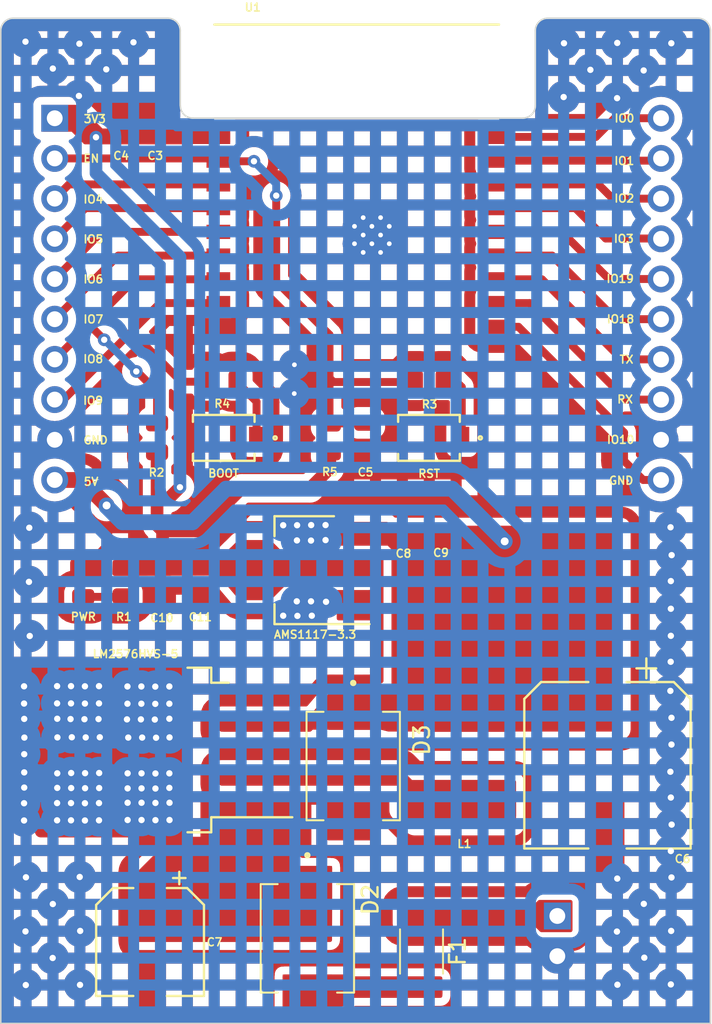
<source format=kicad_pcb>
(kicad_pcb (version 20221018) (generator pcbnew)
  (layers (0 "F.Cu" signal) (31 "B.Cu" signal) (34 "B.Paste" user) (35 "F.Paste" user) (36 "B.SilkS" user "B.Silkscreen") (37 "F.SilkS" user "F.Silkscreen") (38 "B.Mask" user) (39 "F.Mask" user) (44 "Edge.Cuts" user))
  (net 0 "")
  (net 1 "+3V3")
  (net 2 "GND")
  (net 3 "EN")
  (net 4 "+5V")
  (net 5 "Net-(U2-VIN)")
  (net 6 "Net-(D2-PadA)")
  (net 7 "+12V")
  (net 8 "IO0")
  (net 9 "IO1")
  (net 10 "IO2")
  (net 11 "IO3")
  (net 12 "IO19")
  (net 13 "IO18")
  (net 14 "RX")
  (net 15 "TX")
  (net 16 "IO10")
  (net 17 "IO4")
  (net 18 "IO5")
  (net 19 "IO6")
  (net 20 "IO7")
  (net 21 "IO8")
  (net 22 "IO9")
  (net 23 "Net-(U2-OUT)")
  (net 24 "Net-(R3-Pad2)")
  (net 25 "Net-(R4-Pad2)")
  (net 26 "Net-(D1-A)")
  (footprint "ESP32_C3:MODULE_ESP32-C3-WROOM-02-H4" (layer "F.Cu") (at 124.55 99.76)
    (fp_text reference "U1" (at -6.575 -11.085 unlocked) (layer "F.SilkS") (effects (font (size 0.5 0.5) (thickness 0.1))))
    (fp_text value "ESP32-C3-WROOM-02-N4" hide)
    (pad "1" smd rect (at -8.75 -2.9) (size 1.5 0.9) (layers "F.Cu" "F.Paste" "F.Mask") (net 1 "+3V3"))
    (pad "2" smd rect (at -8.75 -1.4) (size 1.5 0.9) (layers "F.Cu" "F.Paste" "F.Mask") (net 3 "EN"))
    (pad "3" smd rect (at -8.75 0.1) (size 1.5 0.9) (layers "F.Cu" "F.Paste" "F.Mask") (net 17 "IO4"))
    (pad "4" smd rect (at -8.75 1.6) (size 1.5 0.9) (layers "F.Cu" "F.Paste" "F.Mask") (net 18 "IO5"))
    (pad "5" smd rect (at -8.75 3.1) (size 1.5 0.9) (layers "F.Cu" "F.Paste" "F.Mask") (net 19 "IO6"))
    (pad "6" smd rect (at -8.75 4.6) (size 1.5 0.9) (layers "F.Cu" "F.Paste" "F.Mask") (net 20 "IO7"))
    (pad "7" smd rect (at -8.75 6.1) (size 1.5 0.9) (layers "F.Cu" "F.Paste" "F.Mask") (net 21 "IO8"))
    (pad "8" smd rect (at -8.75 7.6) (size 1.5 0.9) (layers "F.Cu" "F.Paste" "F.Mask") (net 22 "IO9"))
    (pad "9" smd rect (at -8.75 9.1) (size 1.5 0.9) (layers "F.Cu" "F.Paste" "F.Mask") (net 2 "GND"))
    (pad "10" smd rect (at 8.75 9.1) (size 1.5 0.9) (layers "F.Cu" "F.Paste" "F.Mask") (net 16 "IO10"))
    (pad "11" smd rect (at 8.75 7.6) (size 1.5 0.9) (layers "F.Cu" "F.Paste" "F.Mask") (net 14 "RX"))
    (pad "12" smd rect (at 8.75 6.1) (size 1.5 0.9) (layers "F.Cu" "F.Paste" "F.Mask") (net 15 "TX"))
    (pad "13" smd rect (at 8.75 4.6) (size 1.5 0.9) (layers "F.Cu" "F.Paste" "F.Mask") (net 13 "IO18"))
    (pad "14" smd rect (at 8.75 3.1) (size 1.5 0.9) (layers "F.Cu" "F.Paste" "F.Mask") (net 12 "IO19"))
    (pad "15" smd rect (at 8.75 1.6) (size 1.5 0.9) (layers "F.Cu" "F.Paste" "F.Mask") (net 11 "IO3"))
    (pad "16" smd rect (at 8.75 0.1) (size 1.5 0.9) (layers "F.Cu" "F.Paste" "F.Mask") (net 10 "IO2"))
    (pad "17" smd rect (at 8.75 -1.4) (size 1.5 0.9) (layers "F.Cu" "F.Paste" "F.Mask") (net 9 "IO1"))
    (pad "18" smd rect (at 8.75 -2.9) (size 1.5 0.9) (layers "F.Cu" "F.Paste" "F.Mask") (net 8 "IO0"))
    (pad "19" smd rect (at -0.14 2.2) (size 0.7 0.7) (layers "F.Cu" "F.Paste" "F.Mask") (net 2 "GND"))
    (pad "20" smd rect (at 0.96 2.2) (size 0.7 0.7) (layers "F.Cu" "F.Paste" "F.Mask") (net 2 "GND"))
    (pad "21" smd rect (at 2.06 2.2) (size 0.7 0.7) (layers "F.Cu" "F.Paste" "F.Mask") (net 2 "GND"))
    (pad "22" smd rect (at -0.14 3.3) (size 0.7 0.7) (layers "F.Cu" "F.Paste" "F.Mask") (net 2 "GND"))
    (pad "23" smd rect (at 0.96 3.3) (size 0.7 0.7) (layers "F.Cu" "F.Paste" "F.Mask") (net 2 "GND"))
    (pad "24" smd rect (at 2.06 3.3) (size 0.7 0.7) (layers "F.Cu" "F.Paste" "F.Mask") (net 2 "GND"))
    (pad "25" smd rect (at -0.14 4.4) (size 0.7 0.7) (layers "F.Cu" "F.Paste" "F.Mask") (net 2 "GND"))
    (pad "26" smd rect (at 0.96 4.4) (size 0.7 0.7) (layers "F.Cu" "F.Paste" "F.Mask") (net 2 "GND"))
    (pad "27" smd rect (at 2.06 4.4) (size 0.7 0.7) (layers "F.Cu" "F.Paste" "F.Mask") (net 2 "GND"))
    (pad "28" thru_hole circle (at 0.41 2.2) (size 0.4 0.4) (drill 0.3) (layers "*.Cu") (net 2 "GND"))
    (pad "29" thru_hole circle (at 1.51 2.2) (size 0.4 0.4) (drill 0.3) (layers "*.Cu") (net 2 "GND"))
    (pad "30" thru_hole circle (at -0.14 2.75) (size 0.4 0.4) (drill 0.3) (layers "*.Cu") (net 2 "GND"))
    (pad "31" thru_hole circle (at 0.96 2.75) (size 0.4 0.4) (drill 0.3) (layers "*.Cu") (net 2 "GND"))
    (pad "32" thru_hole circle (at 2.06 2.75) (size 0.4 0.4) (drill 0.3) (layers "*.Cu") (net 2 "GND"))
    (pad "33" thru_hole circle (at 0.41 3.3) (size 0.4 0.4) (drill 0.3) (layers "*.Cu") (net 2 "GND"))
    (pad "34" thru_hole circle (at 1.51 3.3) (size 0.4 0.4) (drill 0.3) (layers "*.Cu") (net 2 "GND"))
    (pad "35" thru_hole circle (at -0.14 3.85) (size 0.4 0.4) (drill 0.3) (layers "*.Cu") (net 2 "GND"))
    (pad "36" thru_hole circle (at 0.96 3.85) (size 0.4 0.4) (drill 0.3) (layers "*.Cu") (net 2 "GND"))
    (pad "37" thru_hole circle (at 2.06 3.85) (size 0.4 0.4) (drill 0.3) (layers "*.Cu") (net 2 "GND"))
    (pad "38" thru_hole circle (at 0.41 4.4) (size 0.4 0.4) (drill 0.3) (layers "*.Cu") (net 2 "GND"))
    (pad "38" thru_hole circle (at 1.51 4.4) (size 0.4 0.4) (drill 0.3) (layers "*.Cu") (net 2 "GND"))
    (zone (net 0) (net_name "") (layer "F.Cu") (connect_pads (clearance 0)) (min_thickness 0.01)
      (keepout (tracks not_allowed) (vias not_allowed) (pads not_allowed) (copperpour not_allowed) (footprints allowed))
      (fill (thermal_gap 0.508) (thermal_bridge_width 0.508))
      (polygon (pts (xy 115.55 89.76) (xy 133.55 89.76) (xy 133.55 95.76) (xy 115.55 95.76)))
    )
    (zone (net 0) (net_name "") (layer "B.Cu") (connect_pads (clearance 0)) (min_thickness 0.01)
      (keepout (tracks not_allowed) (vias not_allowed) (pads not_allowed) (copperpour not_allowed) (footprints allowed))
      (fill (thermal_gap 0.508) (thermal_bridge_width 0.508))
      (polygon (pts (xy 115.55 89.76) (xy 133.55 89.76) (xy 133.55 95.76) (xy 115.55 95.76)))
    )
  )
  (footprint "Fuse:Fuse_2010_5025Metric" (layer "F.Cu") (at 128.65 148.34 -90)
    (fp_text reference "F1" (at 0 -2.28 90) (layer "F.SilkS"))
    (fp_text value "Fuse")
    (pad "1" smd roundrect (at -2.25 0 270) (size 1.35 2.65) (layers "F.Cu" "F.Paste" "F.Mask") (roundrect_rratio 0.185185) (net 7 "+12V"))
    (pad "2" smd roundrect (at 2.25 0 270) (size 1.35 2.65) (layers "F.Cu" "F.Paste" "F.Mask") (roundrect_rratio 0.185185) (net 6 "Net-(D2-PadA)"))
  )
  (footprint "Capacitor_SMD:CP_Elec_6.3x7.7" (layer "F.Cu") (at 111.48 147.74 -90)
    (fp_text reference "C7" (at 0.01 -4.08 unlocked) (layer "F.SilkS") (effects (font (size 0.5 0.5) (thickness 0.1))))
    (fp_text value "C_Polarized_Small" hide)
    (pad "1" smd roundrect (at -2.7 0 270) (size 3.5 1.6) (layers "F.Cu" "F.Paste" "F.Mask") (roundrect_rratio 0.15625) (net 5 "Net-(U2-VIN)"))
    (pad "2" smd roundrect (at 2.7 0 270) (size 3.5 1.6) (layers "F.Cu" "F.Paste" "F.Mask") (roundrect_rratio 0.15625) (net 2 "GND"))
  )
  (footprint "Package_TO_SOT_SMD:TO-263-5_TabPin3" (layer "F.Cu") (at 110.525 135.605 180)
    (fp_text reference "U2" hide)
    (fp_text value "LM2576HVS-5" (at -0.035 6.065 unlocked) (layer "F.SilkS") (effects (font (size 0.5 0.5) (thickness 0.1))))
    (pad "1" smd roundrect (at -7.65 -3.4 180) (size 4.6 1.1) (layers "F.Cu" "F.Paste" "F.Mask") (roundrect_rratio 0.2272727273) (net 5 "Net-(U2-VIN)"))
    (pad "2" smd roundrect (at -7.65 -1.7 180) (size 4.6 1.1) (layers "F.Cu" "F.Paste" "F.Mask") (roundrect_rratio 0.2272727273) (net 23 "Net-(U2-OUT)"))
    (pad "3" smd roundrect (at -7.65 0 180) (size 4.6 1.1) (layers "F.Cu" "F.Paste" "F.Mask") (roundrect_rratio 0.2272727273) (net 2 "GND"))
    (pad "3" smd roundrect (at -0.925 -2.775 180) (size 4.55 5.25) (layers "F.Cu" "F.Paste") (roundrect_rratio 0.05494505495) (net 2 "GND"))
    (pad "3" smd roundrect (at -0.925 2.775 180) (size 4.55 5.25) (layers "F.Cu" "F.Paste") (roundrect_rratio 0.05494505495) (net 2 "GND"))
    (pad "3" smd roundrect (at 1.5 0 180) (size 9.4 10.8) (layers "F.Cu" "F.Mask") (roundrect_rratio 0.02659595745) (net 2 "GND"))
    (pad "3" smd roundrect (at 3.925 -2.775 180) (size 4.55 5.25) (layers "F.Cu" "F.Paste") (roundrect_rratio 0.05494505495) (net 2 "GND"))
    (pad "3" smd roundrect (at 3.925 2.775 180) (size 4.55 5.25) (layers "F.Cu" "F.Paste") (roundrect_rratio 0.05494505495) (net 2 "GND"))
    (pad "4" smd roundrect (at -7.65 1.7 180) (size 4.6 1.1) (layers "F.Cu" "F.Paste" "F.Mask") (roundrect_rratio 0.2272727273) (net 4 "+5V"))
    (pad "5" smd roundrect (at -7.65 3.4 180) (size 4.6 1.1) (layers "F.Cu" "F.Paste" "F.Mask") (roundrect_rratio 0.2272727273) (net 2 "GND"))
  )
  (footprint "Capacitor_SMD:C_0805_2012Metric" (layer "F.Cu") (at 125.1225 115.88 -90)
    (fp_text reference "C5" (at 2.17 0.0125 unlocked) (layer "F.SilkS") (effects (font (size 0.5 0.5) (thickness 0.1))))
    (fp_text value "C")
    (pad "1" smd roundrect (at -0.95 0 270) (size 1 1.45) (layers "F.Cu" "F.Paste" "F.Mask") (net 3 "EN"))
    (pad "2" smd roundrect (at 0.95 0 270) (size 1 1.45) (layers "F.Cu" "F.Paste" "F.Mask") (net 2 "GND"))
  )
  (footprint "SS310:DIOM6859X262N" (layer "F.Cu") (at 124.33 136.62 -90)
    (fp_text reference "D3" (at -1.65 -4.3375 90) (layer "F.SilkS"))
    (fp_text value "SS310" hide)
    (pad "A" smd rect (at 3.43 0 270) (size 2.29 3.12) (layers "F.Cu" "F.Paste" "F.Mask") (net 2 "GND"))
    (pad "C" smd rect (at -3.43 0 270) (size 2.29 3.12) (layers "F.Cu" "F.Paste" "F.Mask") (net 4 "+5V"))
  )
  (footprint "Connector_PinHeader_2.54mm:PinHeader_1x10_P2.54mm_Vertical" (layer "F.Cu") (at 143.8 95.68)
    (fp_text reference "J5" hide)
    (fp_text value "Conn_01x10_Male" hide)
    (pad "1" thru_hole oval (at 0 0) (size 1.7 1.7) (drill 1) (layers "*.Cu" "*.Mask") (net 8 "IO0"))
    (pad "2" thru_hole oval (at 0 2.54) (size 1.7 1.7) (drill 1) (layers "*.Cu" "*.Mask") (net 9 "IO1"))
    (pad "3" thru_hole oval (at 0 5.08) (size 1.7 1.7) (drill 1) (layers "*.Cu" "*.Mask") (net 10 "IO2"))
    (pad "4" thru_hole oval (at 0 7.62) (size 1.7 1.7) (drill 1) (layers "*.Cu" "*.Mask") (net 11 "IO3"))
    (pad "5" thru_hole oval (at 0 10.16) (size 1.7 1.7) (drill 1) (layers "*.Cu" "*.Mask") (net 12 "IO19"))
    (pad "6" thru_hole oval (at 0 12.7) (size 1.7 1.7) (drill 1) (layers "*.Cu" "*.Mask") (net 13 "IO18"))
    (pad "7" thru_hole oval (at 0 15.24) (size 1.7 1.7) (drill 1) (layers "*.Cu" "*.Mask") (net 15 "TX"))
    (pad "8" thru_hole oval (at 0 17.78) (size 1.7 1.7) (drill 1) (layers "*.Cu" "*.Mask") (net 14 "RX"))
    (pad "9" thru_hole oval (at 0 20.32) (size 1.7 1.7) (drill 1) (layers "*.Cu" "*.Mask") (net 2 "GND"))
    (pad "10" thru_hole oval (at 0 22.86) (size 1.7 1.7) (drill 1) (layers "*.Cu" "*.Mask") (net 16 "IO10"))
  )
  (footprint "Connector_PinHeader_2.54mm:PinHeader_1x10_P2.54mm_Vertical" (layer "F.Cu") (at 105.45 95.68)
    (fp_text reference "J4" hide)
    (fp_text value "Conn_01x10_Male" hide)
    (pad "1" thru_hole rect (at 0 0) (size 1.7 1.7) (drill 1) (layers "*.Cu" "*.Mask") (net 1 "+3V3"))
    (pad "2" thru_hole oval (at 0 2.54) (size 1.7 1.7) (drill 1) (layers "*.Cu" "*.Mask") (net 3 "EN"))
    (pad "3" thru_hole oval (at 0 5.08) (size 1.7 1.7) (drill 1) (layers "*.Cu" "*.Mask") (net 17 "IO4"))
    (pad "4" thru_hole oval (at 0 7.62) (size 1.7 1.7) (drill 1) (layers "*.Cu" "*.Mask") (net 18 "IO5"))
    (pad "5" thru_hole oval (at 0 10.16) (size 1.7 1.7) (drill 1) (layers "*.Cu" "*.Mask") (net 19 "IO6"))
    (pad "6" thru_hole oval (at 0 12.7) (size 1.7 1.7) (drill 1) (layers "*.Cu" "*.Mask") (net 20 "IO7"))
    (pad "7" thru_hole oval (at 0 15.24) (size 1.7 1.7) (drill 1) (layers "*.Cu" "*.Mask") (net 21 "IO8"))
    (pad "8" thru_hole oval (at 0 17.78) (size 1.7 1.7) (drill 1) (layers "*.Cu" "*.Mask") (net 22 "IO9"))
    (pad "9" thru_hole oval (at 0 20.32) (size 1.7 1.7) (drill 1) (layers "*.Cu" "*.Mask") (net 2 "GND"))
    (pad "10" thru_hole oval (at 0 22.86) (size 1.7 1.7) (drill 1) (layers "*.Cu" "*.Mask") (net 4 "+5V"))
  )
  (footprint "Capacitor_SMD:CP_Elec_10x12.6" (layer "F.Cu") (at 140.41 136.57 -90)
    (fp_text reference "C6" (at 5.92 -4.75 unlocked) (layer "F.SilkS") (effects (font (size 0.5 0.5) (thickness 0.1))))
    (fp_text value "C_Polarized_Small" hide)
    (pad "1" smd roundrect (at -4.35 0 270) (size 4.4 1.9) (layers "F.Cu" "F.Paste" "F.Mask") (roundrect_rratio 0.1315789474) (net 4 "+5V"))
    (pad "2" smd roundrect (at 4.35 0 270) (size 4.4 1.9) (layers "F.Cu" "F.Paste" "F.Mask") (roundrect_rratio 0.1315789474) (net 2 "GND"))
  )
  (footprint "Resistor_SMD:R_0805_2012Metric" (layer "F.Cu") (at 111.9225 115.87 90)
    (fp_text reference "R2" (at -2.2 -0.0325 unlocked) (layer "F.SilkS") (effects (font (size 0.5 0.5) (thickness 0.1))))
    (fp_text value "R")
    (pad "1" smd roundrect (at -0.9125 0 90) (size 1.025 1.4) (layers "F.Cu" "F.Paste" "F.Mask") (roundrect_rratio 0.243902439) (net 1 "+3V3"))
    (pad "2" smd roundrect (at 0.9125 0 90) (size 1.025 1.4) (layers "F.Cu" "F.Paste" "F.Mask") (roundrect_rratio 0.243902439) (net 21 "IO8"))
  )
  (footprint "button:SW_TL1015AF160QG" (layer "F.Cu") (at 129.12 115.88 180)
    (fp_text reference "RST" (at -0.01 -2.26 unlocked) (layer "F.SilkS") (effects (font (size 0.5 0.5) (thickness 0.1))))
    (fp_text value "SW_Push" hide)
    (pad "1" smd rect (at -2.075 0 180) (size 0.95 1.4) (layers "F.Cu" "F.Paste" "F.Mask") (net 24 "Net-(R3-Pad2)"))
    (pad "2" smd rect (at 2.075 0 180) (size 0.95 1.4) (layers "F.Cu" "F.Paste" "F.Mask") (net 2 "GND"))
  )
  (footprint "Resistor_SMD:R_0805_2012Metric" (layer "F.Cu") (at 129.14 112.29)
    (fp_text reference "R3" (at 0.02 1.47 unlocked) (layer "F.SilkS") (effects (font (size 0.5 0.5) (thickness 0.1))))
    (fp_text value "R")
    (pad "1" smd roundrect (at -0.9125 0) (size 1.025 1.4) (layers "F.Cu" "F.Paste" "F.Mask") (roundrect_rratio 0.243902439) (net 3 "EN"))
    (pad "2" smd roundrect (at 0.9125 0) (size 1.025 1.4) (layers "F.Cu" "F.Paste" "F.Mask") (roundrect_rratio 0.243902439) (net 24 "Net-(R3-Pad2)"))
  )
  (footprint "Capacitor_SMD:C_0805_2012Metric" (layer "F.Cu") (at 114.71 125.03 -90)
    (fp_text reference "C11" (at 2.18 0.05 unlocked) (layer "F.SilkS") (effects (font (size 0.5 0.5) (thickness 0.1))))
    (fp_text value "C" hide)
    (pad "1" smd roundrect (at -0.95 0 270) (size 1 1.45) (layers "F.Cu" "F.Paste" "F.Mask") (net 1 "+3V3"))
    (pad "2" smd roundrect (at 0.95 0 270) (size 1 1.45) (layers "F.Cu" "F.Paste" "F.Mask") (net 2 "GND"))
  )
  (footprint "LED_SMD:LED_0805_2012Metric" (layer "F.Cu") (at 107.25 124.99 -90)
    (fp_text reference "PWR" (at 2.19 -0.01 unlocked) (layer "F.SilkS") (effects (font (size 0.5 0.5) (thickness 0.1))))
    (fp_text value "LED" hide)
    (pad "1" smd roundrect (at -0.9375 0 270) (size 0.975 1.4) (layers "F.Cu" "F.Paste" "F.Mask") (net 2 "GND"))
    (pad "2" smd roundrect (at 0.9375 0 270) (size 0.975 1.4) (layers "F.Cu" "F.Paste" "F.Mask") (net 26 "Net-(D1-A)"))
  )
  (footprint "Connector_PinHeader_2.54mm:PinHeader_1x02_P2.54mm_Vertical" (layer "F.Cu") (at 137.24 146.095)
    (fp_text reference "J3" hide)
    (fp_text value "Screw_Terminal_01x02" hide)
    (pad "1" thru_hole rect (at 0 0) (size 1.7 1.7) (drill 1) (layers "*.Cu" "*.Mask") (net 7 "+12V"))
    (pad "2" thru_hole oval (at 0 2.54) (size 1.7 1.7) (drill 1) (layers "*.Cu" "*.Mask") (net 2 "GND"))
  )
  (footprint "Capacitor_SMD:C_0805_2012Metric" (layer "F.Cu") (at 129.88 120.99 90)
    (fp_text reference "C9" (at -2.15 0 unlocked) (layer "F.SilkS") (effects (font (size 0.5 0.5) (thickness 0.1))))
    (fp_text value "C")
    (pad "1" smd roundrect (at -0.95 0 90) (size 1 1.45) (layers "F.Cu" "F.Paste" "F.Mask") (net 4 "+5V"))
    (pad "2" smd roundrect (at 0.95 0 90) (size 1 1.45) (layers "F.Cu" "F.Paste" "F.Mask") (net 2 "GND"))
  )
  (footprint "Capacitor_SMD:C_0805_2012Metric" (layer "F.Cu") (at 111.8 95.88 90)
    (fp_text reference "C3" (at -2.17 0.01 unlocked) (layer "F.SilkS") (effects (font (size 0.5 0.5) (thickness 0.1))))
    (fp_text value "C")
    (pad "1" smd roundrect (at -0.95 0 90) (size 1 1.45) (layers "F.Cu" "F.Paste" "F.Mask") (net 1 "+3V3"))
    (pad "2" smd roundrect (at 0.95 0 90) (size 1 1.45) (layers "F.Cu" "F.Paste" "F.Mask") (net 2 "GND"))
  )
  (footprint "Resistor_SMD:R_0805_2012Metric" (layer "F.Cu") (at 122.85 115.88 90)
    (fp_text reference "R5" (at -2.15 0 unlocked) (layer "F.SilkS") (effects (font (size 0.5 0.5) (thickness 0.1))))
    (fp_text value "R")
    (pad "1" smd roundrect (at -0.9125 0 90) (size 1.025 1.4) (layers "F.Cu" "F.Paste" "F.Mask") (roundrect_rratio 0.243902439) (net 1 "+3V3"))
    (pad "2" smd roundrect (at 0.9125 0 90) (size 1.025 1.4) (layers "F.Cu" "F.Paste" "F.Mask") (roundrect_rratio 0.243902439) (net 3 "EN"))
  )
  (footprint "L:100uH" (layer "F.Cu") (at 131.36 136.46 90)
    (fp_text reference "L1" hide)
    (fp_text value "L" hide)
    (fp_text user "${REFERENCE}" (at -5.08 0 unlocked) (layer "F.SilkS") (effects (font (size 0.5 0.5) (thickness 0.1))))
    (pad "1" smd roundrect (at -2.54 0 90) (size 3 6.54) (layers "F.Cu" "F.Paste" "F.Mask") (net 23 "Net-(U2-OUT)"))
    (pad "2" smd roundrect (at 3.5 0 90) (size 3 6.51) (layers "F.Cu" "F.Paste" "F.Mask") (net 4 "+5V"))
  )
  (footprint "Package_TO_SOT_SMD:SOT-223-3_TabPin2" (layer "F.Cu") (at 121.26 124.24 180)
    (fp_text reference "U3" hide)
    (fp_text value "AMS1117-3.3" (at -0.66 -4.07 unlocked) (layer "F.SilkS") (effects (font (size 0.5 0.5) (thickness 0.1))))
    (pad "1" smd rect (at -3.15 -2.3 180) (size 2 1.5) (layers "F.Cu" "F.Paste" "F.Mask") (net 2 "GND"))
    (pad "2" smd rect (at -3.15 0 180) (size 2 1.5) (layers "F.Cu" "F.Paste" "F.Mask") (net 1 "+3V3"))
    (pad "2" smd rect (at 3.15 0 180) (size 2 3.8) (layers "F.Cu" "F.Paste" "F.Mask") (net 1 "+3V3"))
    (pad "3" smd rect (at -3.15 2.3 180) (size 2 1.5) (layers "F.Cu" "F.Paste" "F.Mask") (net 4 "+5V"))
  )
  (footprint "button:SW_TL1015AF160QG" (layer "F.Cu") (at 116.14 115.88 180)
    (fp_text reference "BOOT" (at 0.01 -2.24 unlocked) (layer "F.SilkS") (effects (font (size 0.5 0.5) (thickness 0.1))))
    (fp_text value "SW_Push" hide)
    (pad "1" smd rect (at -2.075 0 180) (size 0.95 1.4) (layers "F.Cu" "F.Paste" "F.Mask") (net 25 "Net-(R4-Pad2)"))
    (pad "2" smd rect (at 2.075 0 180) (size 0.95 1.4) (layers "F.Cu" "F.Paste" "F.Mask") (net 2 "GND"))
  )
  (footprint "Capacitor_SMD:C_0805_2012Metric" (layer "F.Cu") (at 127.51 120.98 90)
    (fp_text reference "C8" (at -2.21 0 unlocked) (layer "F.SilkS") (effects (font (size 0.5 0.5) (thickness 0.1))))
    (fp_text value "C")
    (pad "1" smd roundrect (at -0.95 0 90) (size 1 1.45) (layers "F.Cu" "F.Paste" "F.Mask") (net 4 "+5V"))
    (pad "2" smd roundrect (at 0.95 0 90) (size 1 1.45) (layers "F.Cu" "F.Paste" "F.Mask") (net 2 "GND"))
  )
  (footprint "Capacitor_SMD:C_0805_2012Metric" (layer "F.Cu") (at 109.65 95.88 90)
    (fp_text reference "C4" (at -2.17 0 unlocked) (layer "F.SilkS") (effects (font (size 0.5 0.5) (thickness 0.1))))
    (fp_text value "C")
    (pad "1" smd roundrect (at -0.95 0 90) (size 1 1.45) (layers "F.Cu" "F.Paste" "F.Mask") (net 1 "+3V3"))
    (pad "2" smd roundrect (at 0.95 0 90) (size 1 1.45) (layers "F.Cu" "F.Paste" "F.Mask") (net 2 "GND"))
  )
  (footprint "Resistor_SMD:R_0805_2012Metric" (layer "F.Cu") (at 109.81 124.99 -90)
    (fp_text reference "R1" (at 2.2 -0.01 unlocked) (layer "F.SilkS") (effects (font (size 0.5 0.5) (thickness 0.1))))
    (fp_text value "R" hide)
    (pad "1" smd roundrect (at -0.9125 0 270) (size 1.025 1.4) (layers "F.Cu" "F.Paste" "F.Mask") (roundrect_rratio 0.243902439) (net 1 "+3V3"))
    (pad "2" smd roundrect (at 0.9125 0 270) (size 1.025 1.4) (layers "F.Cu" "F.Paste" "F.Mask") (roundrect_rratio 0.243902439) (net 26 "Net-(D1-A)"))
  )
  (footprint "SS310:DIOM6859X262N" (layer "F.Cu") (at 121.43 147.51 -90)
    (fp_text reference "D2" (at -2.45 -3.98 90) (layer "F.SilkS"))
    (fp_text value "SS310" hide)
    (pad "A" smd rect (at 3.43 0 270) (size 2.29 3.12) (layers "F.Cu" "F.Paste" "F.Mask") (net 6 "Net-(D2-PadA)"))
    (pad "C" smd rect (at -3.43 0 270) (size 2.29 3.12) (layers "F.Cu" "F.Paste" "F.Mask") (net 5 "Net-(U2-VIN)"))
  )
  (footprint "Capacitor_SMD:C_0805_2012Metric" (layer "F.Cu") (at 112.27 125.04 -90)
    (fp_text reference "C10" (at 2.22 0.04 unlocked) (layer "F.SilkS") (effects (font (size 0.5 0.5) (thickness 0.1))))
    (fp_text value "C")
    (pad "1" smd roundrect (at -0.95 0 270) (size 1 1.45) (layers "F.Cu" "F.Paste" "F.Mask") (net 1 "+3V3"))
    (pad "2" smd roundrect (at 0.95 0 270) (size 1 1.45) (layers "F.Cu" "F.Paste" "F.Mask") (net 2 "GND"))
  )
  (footprint "Resistor_SMD:R_0805_2012Metric" (layer "F.Cu") (at 116.04 112.33)
    (fp_text reference "R4" (at 0 1.39 unlocked) (layer "F.SilkS") (effects (font (size 0.5 0.5) (thickness 0.1))))
    (fp_text value "R")
    (pad "1" smd roundrect (at -0.9125 0) (size 1.025 1.4) (layers "F.Cu" "F.Paste" "F.Mask") (roundrect_rratio 0.243902439) (net 22 "IO9"))
    (pad "2" smd roundrect (at 0.9125 0) (size 1.025 1.4) (layers "F.Cu" "F.Paste" "F.Mask") (roundrect_rratio 0.243902439) (net 25 "Net-(R4-Pad2)"))
  )
  (gr_line (start 135.058614 95.671386) (end 114.19 95.671386) (stroke (width 0.1)) (layer "Edge.Cuts"))
  (gr_arc (start 102.038613 90.161468) (mid 102.26593 89.59545) (end 102.828614 89.36) (stroke (width 0.1)) (layer "Edge.Cuts"))
  (gr_line (start 102.038614 90.16) (end 102.038614 152.89) (stroke (width 0.1)) (layer "Edge.Cuts"))
  (gr_line (start 113.387228 90.148615) (end 113.387228 94.89) (stroke (width 0.1)) (layer "Edge.Cuts"))
  (gr_line (start 146.92 152.89) (end 146.92 90.148614) (stroke (width 0.1)) (layer "Edge.Cuts"))
  (gr_line (start 146.131386 89.358614) (end 136.638614 89.358614) (stroke (width 0.1)) (layer "Edge.Cuts"))
  (gr_line (start 102.04 152.89) (end 146.92 152.89) (stroke (width 0.1)) (layer "Edge.Cuts"))
  (gr_arc (start 135.848614 90.148614) (mid 136.08 89.59) (end 136.638614 89.358614) (stroke (width 0.1)) (layer "Edge.Cuts"))
  (gr_arc (start 112.598613 89.36) (mid 113.156248 89.59098) (end 113.387228 90.148615) (stroke (width 0.1)) (layer "Edge.Cuts"))
  (gr_arc (start 146.131386 89.358613) (mid 146.689511 89.590084) (end 146.92 90.148614) (stroke (width 0.1)) (layer "Edge.Cuts"))
  (gr_arc (start 114.19 95.671385) (mid 113.629161 95.447098) (end 113.395738 94.89) (stroke (width 0.1)) (layer "Edge.Cuts"))
  (gr_line (start 112.598613 89.36) (end 102.828614 89.36) (stroke (width 0.1)) (layer "Edge.Cuts"))
  (gr_arc (start 135.848614 94.881386) (mid 135.617228 95.44) (end 135.058614 95.671386) (stroke (width 0.1)) (layer "Edge.Cuts"))
  (gr_line (start 135.848614 90.148614) (end 135.848614 94.881386) (stroke (width 0.1)) (layer "Edge.Cuts"))
  (gr_text "IO10" (at 140.32 116.29) (layer "F.SilkS") (effects (font (size 0.5 0.5) (thickness 0.1) bold) (justify left bottom)))
  (gr_text "GND" (at 107.21 116.32) (layer "F.SilkS") (effects (font (size 0.5 0.5) (thickness 0.1) bold) (justify left bottom)))
  (gr_text "RX" (at 140.97 113.74) (layer "F.SilkS") (effects (font (size 0.5 0.5) (thickness 0.1) bold) (justify left bottom)))
  (gr_text "IO0" (at 140.8 95.98) (layer "F.SilkS") (effects (font (size 0.5 0.5) (thickness 0.1) bold) (justify left bottom)))
  (gr_text "IO3" (at 140.76 103.59) (layer "F.SilkS") (effects (font (size 0.5 0.5) (thickness 0.1) bold) (justify left bottom)))
  (gr_text "IO4\n" (at 107.21 101.1) (layer "F.SilkS") (effects (font (size 0.5 0.5) (thickness 0.1) bold) (justify left bottom)))
  (gr_text "EN" (at 107.21 98.52) (layer "F.SilkS") (effects (font (size 0.5 0.5) (thickness 0.1) bold) (justify left bottom)))
  (gr_text "IO2" (at 140.79 101.04) (layer "F.SilkS") (effects (font (size 0.5 0.5) (thickness 0.1) bold) (justify left bottom)))
  (gr_text "GND" (at 140.45 118.87) (layer "F.SilkS") (effects (font (size 0.5 0.5) (thickness 0.1) bold) (justify left bottom)))
  (gr_text "IO9" (at 107.19 113.82) (layer "F.SilkS") (effects (font (size 0.5 0.5) (thickness 0.1) bold) (justify left bottom)))
  (gr_text "IO6\n" (at 107.21 106.15) (layer "F.SilkS") (effects (font (size 0.5 0.5) (thickness 0.1) bold) (justify left bottom)))
  (gr_text "5V" (at 107.23 118.94) (layer "F.SilkS") (effects (font (size 0.5 0.5) (thickness 0.1) bold) (justify left bottom)))
  (gr_text "IO7" (at 107.21 108.68) (layer "F.SilkS") (effects (font (size 0.5 0.5) (thickness 0.1) bold) (justify left bottom)))
  (gr_text "IO8" (at 107.2 111.19) (layer "F.SilkS") (effects (font (size 0.5 0.5) (thickness 0.1) bold) (justify left bottom)))
  (gr_text "TX" (at 141.12 111.22) (layer "F.SilkS") (effects (font (size 0.5 0.5) (thickness 0.1) bold) (justify left bottom)))
  (gr_text "3V3" (at 107.23 96.02) (layer "F.SilkS") (effects (font (size 0.5 0.5) (thickness 0.1) bold) (justify left bottom)))
  (gr_text "IO5\n" (at 107.21 103.62) (layer "F.SilkS") (effects (font (size 0.5 0.5) (thickness 0.1) bold) (justify left bottom)))
  (gr_text "IO1" (at 140.79 98.67) (layer "F.SilkS") (effects (font (size 0.5 0.5) (thickness 0.1) bold) (justify left bottom)))
  (gr_text "IO18" (at 140.31 108.67) (layer "F.SilkS") (effects (font (size 0.5 0.5) (thickness 0.1) bold) (justify left bottom)))
  (gr_text "IO19" (at 140.29 106.12) (layer "F.SilkS") (effects (font (size 0.5 0.5) (thickness 0.1) bold) (justify left bottom)))
  (segment (start 111.9225 121.4125) (end 111.9225 119.7) (width 0.8) (layer "F.Cu") (net 1))
  (segment (start 122.85 117.81) (end 122.85 116.7925) (width 0.8) (layer "F.Cu") (net 1))
  (segment (start 112.27 124.09) (end 112.27 121.76) (width 0.8) (layer "F.Cu") (net 1))
  (segment (start 117.27 119.07) (end 121.59 119.07) (width 0.8) (layer "F.Cu") (net 1))
  (segment (start 112.27 121.76) (end 111.9225 121.4125) (width 0.8) (layer "F.Cu") (net 1))
  (segment (start 114.58 121.76) (end 117.27 119.07) (width 0.8) (layer "F.Cu") (net 1))
  (segment (start 112.67 119.7) (end 111.9225 119.7) (width 0.8) (layer "F.Cu") (net 1))
  (segment (start 113.37 119) (end 112.67 119.7) (width 0.8) (layer "F.Cu") (net 1))
  (segment (start 121.59 119.07) (end 122.85 117.81) (width 0.8) (layer "F.Cu") (net 1))
  (segment (start 111.9225 119.7) (end 111.9225 116.7825) (width 0.8) (layer "F.Cu") (net 1))
  (segment (start 112.27 121.76) (end 114.58 121.76) (width 0.8) (layer "F.Cu") (net 1))
  (via (at 113.37 119) (size 0.8) (drill 0.4) (layers "F.Cu" "B.Cu") (net 1))
  (via (at 108.06 96.88) (size 0.8) (drill 0.4) (layers "F.Cu" "B.Cu") (net 1))
  (segment (start 108.06 96.88) (end 108.06 99.14) (width 0.8) (layer "B.Cu") (net 1))
  (segment (start 113.37 104.45) (end 113.37 119) (width 0.8) (layer "B.Cu") (net 1))
  (segment (start 108.06 99.14) (end 113.37 104.45) (width 0.8) (layer "B.Cu") (net 1))
  (via (at 144.39 131.87) (size 0.8) (drill 0.4) (layers "F.Cu" "B.Cu") (net 2))
  (via (at 103.52 133.64) (size 0.8) (drill 0.4) (layers "F.Cu" "B.Cu") (net 2))
  (via (at 122.58 122.34) (size 0.8) (drill 0.4) (layers "F.Cu" "B.Cu") (net 2))
  (via (at 108.25 132.66) (size 0.8) (drill 0.4) (layers "F.Cu" "B.Cu") (net 2))
  (via (at 121.71 127.12) (size 0.8) (drill 0.4) (layers "F.Cu" "B.Cu") (net 2))
  (via (at 110.06 140.03) (size 0.8) (drill 0.4) (layers "F.Cu" "B.Cu") (net 2))
  (via (at 108.25 131.57) (size 0.8) (drill 0.4) (layers "F.Cu" "B.Cu") (net 2))
  (via (at 144.42 128.39) (size 0.8) (drill 0.4) (layers "F.Cu" "B.Cu") (net 2))
  (via (at 144.42 126.68) (size 0.8) (drill 0.4) (layers "F.Cu" "B.Cu") (net 2))
  (via (at 103.52 137.98) (size 0.8) (drill 0.4) (layers "F.Cu" "B.Cu") (net 2))
  (via (at 120.77 122.36) (size 0.8) (drill 0.4) (layers "F.Cu" "B.Cu") (net 2))
  (via (at 144.41 130.03) (size 0.8) (drill 0.4) (layers "F.Cu" "B.Cu") (net 2))
  (via (at 112.71 138.94) (size 0.8) (drill 0.4) (layers "F.Cu" "B.Cu") (net 2))
  (via (at 110.94 138.03) (size 0.8) (drill 0.4) (layers "F.Cu" "B.Cu") (net 2))
  (via (at 108.71 92.59) (size 0.8) (drill 0.4) (layers "F.Cu" "B.Cu") (net 2))
  (via (at 121.67 121.39) (size 0.8) (drill 0.4) (layers "F.Cu" "B.Cu") (net 2))
  (via (at 144.46 143.66) (size 0.8) (drill 0.4) (layers "F.Cu" "B.Cu") (net 2))
  (via (at 105.6 138.96) (size 0.8) (drill 0.4) (layers "F.Cu" "B.Cu") (net 2))
  (via (at 120.76 126.21) (size 0.8) (drill 0.4) (layers "F.Cu" "B.Cu") (net 2))
  (via (at 110.98 134.82) (size 0.8) (drill 0.4) (layers "F.Cu" "B.Cu") (net 2))
  (via (at 112.7 133.63) (size 0.8) (drill 0.4) (layers "F.Cu" "B.Cu") (net 2))
  (via (at 105.62 134.81) (size 0.8) (drill 0.4) (layers "F.Cu" "B.Cu") (net 2))
  (via (at 144.46 133.57) (size 0.8) (drill 0.4) (layers "F.Cu" "B.Cu") (net 2))
  (via (at 112.71 134.81) (size 0.8) (drill 0.4) (layers "F.Cu" "B.Cu") (net 2))
  (via (at 112.71 140.03) (size 0.8) (drill 0.4) (layers "F.Cu" "B.Cu") (net 2))
  (via (at 119.9 127.12) (size 0.8) (drill 0.4) (layers "F.Cu" "B.Cu") (net 2))
  (via (at 107.33 133.66) (size 0.8) (drill 0.4) (layers "F.Cu" "B.Cu") (net 2))
  (via (at 110.05 131.59) (size 0.8) (drill 0.4) (layers "F.Cu" "B.Cu") (net 2))
  (via (at 106.98 94.27) (size 0.8) (drill 0.4) (layers "F.Cu" "B.Cu") (net 2))
  (via (at 110.93 131.59) (size 0.8) (drill 0.4) (layers "F.Cu" "B.Cu") (net 2))
  (via (at 111.82 138.04) (size 0.8) (drill 0.4) (layers "F.Cu" "B.Cu") (net 2))
  (via (at 108.25 140.05) (size 0.8) (drill 0.4) (layers "F.Cu" "B.Cu") (net 2))
  (via (at 139.33 92.62) (size 0.8) (drill 0.4) (layers "F.Cu" "B.Cu") (net 2))
  (via (at 107.36 138.97) (size 0.8) (drill 0.4) (layers "F.Cu" "B.Cu") (net 2))
  (via (at 110.93 132.68) (size 0.8) (drill 0.4) (layers "F.Cu" "B.Cu") (net 2))
  (via (at 108.22 133.65) (size 0.8) (drill 0.4) (layers "F.Cu" "B.Cu") (net 2))
  (via (at 108.25 138.96) (size 0.8) (drill 0.4) (layers "F.Cu" "B.Cu") (net 2))
  (via (at 144.4 121.53) (size 0.8) (drill 0.4) (layers "F.Cu" "B.Cu") (net 2))
  (via (at 144.45 90.94) (size 0.8) (drill 0.4) (layers "F.Cu" "B.Cu") (net 2))
  (via (at 106.45 133.65) (size 0.8) (drill 0.4) (layers "F.Cu" "B.Cu") (net 2))
  (via (at 110.9 133.67) (size 0.8) (drill 0.4) (layers "F.Cu" "B.Cu") (net 2))
  (via (at 108.26 138.01) (size 0.8) (drill 0.4) (layers "F.Cu" "B.Cu") (net 2))
  (via (at 106.48 138.96) (size 0.8) (drill 0.4) (layers "F.Cu" "B.Cu") (net 2))
  (via (at 142.7 92.66) (size 0.8) (drill 0.4) (layers "F.Cu" "B.Cu") (net 2))
  (via (at 103.52 135.87) (size 0.8) (drill 0.4) (layers "F.Cu" "B.Cu") (net 2))
  (via (at 120.78 121.4) (size 0.8) (drill 0.4) (layers "F.Cu" "B.Cu") (net 2))
  (via (at 144.42 124.93) (size 0.8) (drill 0.4) (layers "F.Cu" "B.Cu") (net 2))
  (via (at 119.9 121.4) (size 0.8) (drill 0.4) (layers "F.Cu" "B.Cu") (net 2))
  (via (at 144.47 123.29) (size 0.8) (drill 0.4) (layers "F.Cu" "B.Cu") (net 2))
  (via (at 137.64 94.34) (size 0.8) (drill 0.4) (layers "F.Cu" "B.Cu") (net 2))
  (via (at 106.49 138.01) (size 0.8) (drill 0.4) (layers "F.Cu" "B.Cu") (net 2))
  (via (at 110.02 133.67) (size 0.8) (drill 0.4) (layers "F.Cu" "B.Cu") (net 2))
  (via (at 107.37 138.02) (size 0.8) (drill 0.4) (layers "F.Cu" "B.Cu") (net 2))
  (via (at 105.6 132.66) (size 0.8) (drill 0.4) (layers "F.Cu" "B.Cu") (net 2))
  (via (at 141.01 147.08) (size 0.8) (drill 0.4) (layers "F.Cu" "B.Cu") (net 2))
  (via (at 141.03 90.92) (size 0.8) (drill 0.4) (layers "F.Cu" "B.Cu") (net 2))
  (via (at 142.74 148.73) (size 0.8) (drill 0.4) (layers "F.Cu" "B.Cu") (net 2))
  (via (at 110.1 134.82) (size 0.8) (drill 0.4) (layers "F.Cu" "B.Cu") (net 2))
  (via (at 107.36 140.06) (size 0.8) (drill 0.4) (layers "F.Cu" "B.Cu") (net 2))
  (via (at 121.66 126.21) (size 0.8) (drill 0.4) (layers "F.Cu" "B.Cu") (net 2))
  (via (at 142.71 145.33) (size 0.8) (drill 0.4) (layers "F.Cu" "B.Cu") (net 2))
  (via (at 111.81 131.6) (size 0.8) (drill 0.4) (layers "F.Cu" "B.Cu") (net 2))
  (via (at 141.02 94.41) (size 0.8) (drill 0.4) (layers "F.Cu" "B.Cu") (net 2))
  (via (at 112.7 131.59) (size 0.8) (drill 0.4) (layers "F.Cu" "B.Cu") (net 2))
  (via (at 137.66 90.94) (size 0.8) (drill 0.4) (layers "F.Cu" "B.Cu") (net 2))
  (via (at 106.53 134.8) (size 0.8) (drill 0.4) (layers "F.Cu" "B.Cu") (net 2))
  (via (at 121.66 122.37) (size 0.8) (drill 0.4) (layers "F.Cu" "B.Cu") (net 2))
  (via (at 107.36 132.67) (size 0.8) (drill 0.4) (layers "F.Cu" "B.Cu") (net 2))
  (via (at 108.26 137.06) (size 0.8) (drill 0.4) (layers "F.Cu" "B.Cu") (net 2))
  (via (at 111.82 137.09) (size 0.8) (drill 0.4) (layers "F.Cu" "B.Cu") (net 2))
  (via (at 110.94 140.03) (size 0.8) (drill 0.4) (layers "F.Cu" "B.Cu") (net 2))
  (via (at 141.04 150.44) (size 0.8) (drill 0.4) (layers "F.Cu" "B.Cu") (net 2))
  (via (at 106.49 137.06) (size 0.8) (drill 0.4) (layers "F.Cu" "B.Cu") (net 2))
  (via (at 106.48 140.05) (size 0.8) (drill 0.4) (layers "F.Cu" "B.Cu") (net 2))
  (via (at 105.32 148.75) (size 0.8) (drill 0.4) (layers "F.Cu" "B.Cu") (net 2))
  (via (at 144.39 136.98) (size 0.8) (drill 0.4) (layers "F.Cu" "B.Cu") (net 2))
  (via (at 107.03 143.63) (size 0.8) (drill 0.4) (layers "F.Cu" "B.Cu") (net 2))
  (via (at 111.81 132.69) (size 0.8) (drill 0.4) (layers "F.Cu" "B.Cu") (net 2))
  (via (at 103.82 124.98) (size 0.8) (drill 0.4) (layers "F.Cu" "B.Cu") (net 2))
  (via (at 106.48 132.66) (size 0.8) (drill 0.4) (layers "F.Cu" "B.Cu") (net 2))
  (via (at 105.61 138) (size 0.8) (drill 0.4) (layers "F.Cu" "B.Cu") (net 2))
  (via (at 103.62 150.46) (size 0.8) (drill 0.4) (layers "F.Cu" "B.Cu") (net 2))
  (via (at 103.51 140.06) (size 0.8) (drill 0.4) (layers "F.Cu" "B.Cu") (net 2))
  (via (at 105.61 137.08) (size 0.8) (drill 0.4) (layers "F.Cu" "B.Cu") (net 2))
  (via (at 110.06 138.94) (size 0.8) (drill 0.4) (layers "F.Cu" "B.Cu") (net 2))
  (via (at 144.47 140.32) (size 0.8) (drill 0.4) (layers "F.Cu" "B.Cu") (net 2))
  (via (at 103.87 128.4) (size 0.8) (drill 0.4) (layers "F.Cu" "B.Cu") (net 2))
  (via (at 108.3 134.8) (size 0.8) (drill 0.4) (layers "F.Cu" "B.Cu") (net 2))
  (via (at 111.78 133.68) (size 0.8) (drill 0.4) (layers "F.Cu" "B.Cu") (net 2))
  (via (at 107.37 137.07) (size 0.8) (drill 0.4) (layers "F.Cu" "B.Cu") (net 2))
  (via (at 110.43 90.88) (size 0.8) (drill 0.4) (layers "F.Cu" "B.Cu") (net 2))
  (via (at 110.94 137.08) (size 0.8) (drill 0.4) (layers "F.Cu" "B.Cu") (net 2))
  (via (at 110.06 137.08) (size 0.8) (drill 0.4) (layers "F.Cu" "B.Cu") (net 2))
  (via (at 111.82 138.95) (size 0.8) (drill 0.4) (layers "F.Cu" "B.Cu") (net 2))
  (via (at 122.58 121.39) (size 0.8) (drill 0.4) (layers "F.Cu" "B.Cu") (net 2))
  (via (at 122.61 126.24) (size 0.8) (drill 0.4) (layers "F.Cu" "B.Cu") (net 2))
  (via (at 120.61 111.26) (size 0.5) (drill 0.3) (layers "F.Cu" "B.Cu") (net 2))
  (via (at 110.05 132.68) (size 0.8) (drill 0.4) (layers "F.Cu" "B.Cu") (net 2))
  (via (at 103.84 121.56) (size 0.8) (drill 0.4) (layers "F.Cu" "B.Cu") (net 2))
  (via (at 105.6 140.05) (size 0.8) (drill 0.4) (layers "F.Cu" "B.Cu") (net 2))
  (via (at 110.94 138.94) (size 0.8) (drill 0.4) (layers "F.Cu" "B.Cu") (net 2))
  (via (at 144.46 135.26) (size 0.8) (drill 0.4) (layers "F.Cu" "B.Cu") (net 2))
  (via (at 112.7 137.08) (size 0.8) (drill 0.4) (layers "F.Cu" "B.Cu") (net 2))
  (via (at 103.6 147.07) (size 0.8) (drill 0.4) (layers "F.Cu" "B.Cu") (net 2))
  (via (at 103.63 143.65) (size 0.8) (drill 0.4) (layers "F.Cu" "B.Cu") (net 2))
  (via (at 111.86 134.83) (size 0.8) (drill 0.4) (layers "F.Cu" "B.Cu") (net 2))
  (via (at 105.61 133.63) (size 0.8) (drill 0.4) (layers "F.Cu" "B.Cu") (net 2))
  (via (at 103.51 132.67) (size 0.8) (drill 0.4) (layers "F.Cu" "B.Cu") (net 2))
  (via (at 105.6 131.57) (size 0.8) (drill 0.4) (layers "F.Cu" "B.Cu") (net 2))
  (via (at 144.42 141.99) (size 0.8) (drill 0.4) (layers "F.Cu" "B.Cu") (net 2))
  (via (at 144.42 150.42) (size 0.8) (drill 0.4) (layers "F.Cu" "B.Cu") (net 2))
  (via (at 112.7 138) (size 0.8) (drill 0.4) (layers "F.Cu" "B.Cu") (net 2))
  (via (at 105.33 145.34) (size 0.8) (drill 0.4) (layers "F.Cu" "B.Cu") (net 2))
  (via (at 107.36 131.58) (size 0.8) (drill 0.4) (layers "F.Cu" "B.Cu") (net 2))
  (via (at 103.51 131.58) (size 0.8) (drill 0.4) (layers "F.Cu" "B.Cu") (net 2))
  (via (at 103.53 134.82) (size 0.8) (drill 0.4) (layers "F.Cu" "B.Cu") (net 2))
  (via (at 144.44 147.04) (size 0.8) (drill 0.4) (layers "F.Cu" "B.Cu") (net 2))
  (via (at 107.41 134.81) (size 0.8) (drill 0.4) (layers "F.Cu" "B.Cu") (net 2))
  (via (at 110.06 138.03) (size 0.8) (drill 0.4) (layers "F.Cu" "B.Cu") (net 2))
  (via (at 112.7 132.68) (size 0.8) (drill 0.4) (layers "F.Cu" "B.Cu") (net 2))
  (via (at 141.03 143.73) (size 0.8) (drill 0.4) (layers "F.Cu" "B.Cu") (net 2))
  (via (at 144.42 138.61) (size 0.8) (drill 0.4) (layers "F.Cu" "B.Cu") (net 2))
  (via (at 107.06 147.04) (size 0.8) (drill 0.4) (layers "F.Cu" "B.Cu") (net 2))
  (via (at 107.05 150.45) (size 0.8) (drill 0.4) (layers "F.Cu" "B.Cu") (net 2))
  (via (at 103.52 137.02) (size 0.8) (drill 0.4) (layers "F.Cu" "B.Cu") (net 2))
  (via (at 103.51 138.97) (size 0.8) (drill 0.4) (layers "F.Cu" "B.Cu") (net 2))
  (via (at 107.01 90.97) (size 0.8) (drill 0.4) (layers "F.Cu" "B.Cu") (net 2))
  (via (at 120.8 127.13) (size 0.8) (drill 0.4) (layers "F.Cu" "B.Cu") (net 2))
  (via (at 120.6 113.08) (size 0.5) (drill 0.3) (layers "F.Cu" "B.Cu") (net 2))
  (via (at 105.33 92.54) (size 0.8) (drill 0.4) (layers "F.Cu" "B.Cu") (net 2))
  (via (at 106.48 131.57) (size 0.8) (drill 0.4) (layers "F.Cu" "B.Cu") (net 2))
  (via (at 111.82 140.04) (size 0.8) (drill 0.4) (layers "F.Cu" "B.Cu") (net 2))
  (via (at 103.6 90.84) (size 0.8) (drill 0.4) (layers "F.Cu" "B.Cu") (net 2))
  (segment (start 125.085 114.9675) (end 125.1225 114.93) (width 0.5) (layer "F.Cu") (net 3))
  (segment (start 119.46 105.99) (end 122.83 109.36) (width 0.5) (layer "F.Cu") (net 3))
  (segment (start 115.84 98.4) (end 115.8 98.36) (width 0.5) (layer "F.Cu") (net 3))
  (segment (start 128.1675 112.35) (end 128.2275 112.29) (width 0.5) (layer "F.Cu") (net 3))
  (segment (start 122.83 109.36) (end 122.83 112.1) (width 0.5) (layer "F.Cu") (net 3))
  (segment (start 122.85 114.9675) (end 125.085 114.9675) (width 0.5) (layer "F.Cu") (net 3))
  (segment (start 122.83 112.1) (end 123.08 112.35) (width 0.5) (layer "F.Cu") (net 3))
  (segment (start 119.46 100.57) (end 119.46 105.99) (width 0.5) (layer "F.Cu") (net 3))
  (segment (start 118.05 98.4) (end 115.84 98.4) (width 0.5) (layer "F.Cu") (net 3))
  (segment (start 123.08 112.35) (end 128.1675 112.35) (width 0.5) (layer "F.Cu") (net 3))
  (segment (start 122.83 112.1) (end 122.83 114.9475) (width 0.5) (layer "F.Cu") (net 3))
  (segment (start 122.83 114.9475) (end 122.85 114.9675) (width 0.5) (layer "F.Cu") (net 3))
  (segment (start 115.66 98.22) (end 115.8 98.36) (width 0.5) (layer "F.Cu") (net 3))
  (segment (start 105.46 98.22) (end 115.66 98.22) (width 0.5) (layer "F.Cu") (net 3))
  (via (at 118.05 98.4) (size 0.8) (drill 0.4) (layers "F.Cu" "B.Cu") (net 3))
  (via (at 119.46 100.57) (size 0.8) (drill 0.4) (layers "F.Cu" "B.Cu") (net 3))
  (segment (start 119.46 99.81) (end 118.05 98.4) (width 0.5) (layer "B.Cu") (net 3))
  (segment (start 119.46 100.57) (end 119.46 99.81) (width 0.5) (layer "B.Cu") (net 3))
  (segment (start 108.73 120.15) (end 108.73 120.14) (width 1) (layer "F.Cu") (net 4))
  (segment (start 133.91 122.42) (end 133.43 121.94) (width 1) (layer "F.Cu") (net 4))
  (segment (start 107.13 118.54) (end 105.45 118.54) (width 1) (layer "F.Cu") (net 4))
  (segment (start 108.73 120.14) (end 107.13 118.54) (width 1) (layer "F.Cu") (net 4))
  (segment (start 133.43 121.94) (end 129.88 121.94) (width 1) (layer "F.Cu") (net 4))
  (via (at 108.73 120.15) (size 1) (drill 0.5) (layers "F.Cu" "B.Cu") (net 4))
  (via (at 133.91 122.42) (size 1) (drill 0.5) (layers "F.Cu" "B.Cu") (net 4))
  (segment (start 133.92 122.41) (end 133.91 122.42) (width 0.8) (layer "B.Cu") (net 4))
  (segment (start 130.58 119.09) (end 116.29 119.09) (width 1) (layer "B.Cu") (net 4))
  (segment (start 114.17 121.21) (end 109.72 121.21) (width 1) (layer "B.Cu") (net 4))
  (segment (start 116.29 119.09) (end 114.17 121.21) (width 1) (layer "B.Cu") (net 4))
  (segment (start 133.91 122.42) (end 130.58 119.09) (width 1) (layer "B.Cu") (net 4))
  (segment (start 108.73 120.22) (end 108.73 120.15) (width 1) (layer "B.Cu") (net 4))
  (segment (start 109.72 121.21) (end 108.73 120.22) (width 1) (layer "B.Cu") (net 4))
  (segment (start 111.48 145.04) (end 111.45 145.07) (width 1) (layer "F.Cu") (net 5))
  (segment (start 140.86 95.68) (end 143.8 95.68) (width 0.5) (layer "F.Cu") (net 8))
  (segment (start 133.3 96.86) (end 139.68 96.86) (width 0.5) (layer "F.Cu") (net 8))
  (segment (start 139.68 96.86) (end 140.86 95.68) (width 0.5) (layer "F.Cu") (net 8))
  (segment (start 143.66 98.36) (end 143.8 98.22) (width 0.5) (layer "F.Cu") (net 9))
  (segment (start 133.3 98.36) (end 143.66 98.36) (width 0.5) (layer "F.Cu") (net 9))
  (segment (start 133.3 99.86) (end 139.84 99.86) (width 0.5) (layer "F.Cu") (net 10))
  (segment (start 139.84 99.86) (end 140.74 100.76) (width 0.5) (layer "F.Cu") (net 10))
  (segment (start 140.74 100.76) (end 143.8 100.76) (width 0.5) (layer "F.Cu") (net 10))
  (segment (start 140.3 103.28) (end 143.78 103.28) (width 0.5) (layer "F.Cu") (net 11))
  (segment (start 143.78 103.28) (end 143.8 103.3) (width 0.5) (layer "F.Cu") (net 11))
  (segment (start 138.38 101.36) (end 140.3 103.28) (width 0.5) (layer "F.Cu") (net 11))
  (segment (start 133.3 101.36) (end 138.38 101.36) (width 0.5) (layer "F.Cu") (net 11))
  (segment (start 140.5 105.84) (end 143.8 105.84) (width 0.5) (layer "F.Cu") (net 12))
  (segment (start 137.52 102.86) (end 140.5 105.84) (width 0.5) (layer "F.Cu") (net 12))
  (segment (start 133.3 102.86) (end 137.52 102.86) (width 0.5) (layer "F.Cu") (net 12))
  (segment (start 136.91 104.36) (end 140.93 108.38) (width 0.5) (layer "F.Cu") (net 13))
  (segment (start 133.3 104.36) (end 136.91 104.36) (width 0.5) (layer "F.Cu") (net 13))
  (segment (start 140.93 108.38) (end 143.8 108.38) (width 0.5) (layer "F.Cu") (net 13))
  (segment (start 133.3 107.36) (end 135.49 107.36) (width 0.5) (layer "F.Cu") (net 14))
  (segment (start 135.49 107.36) (end 141.59 113.46) (width 0.5) (layer "F.Cu") (net 14))
  (segment (start 141.59 113.46) (end 143.8 113.46) (width 0.5) (layer "F.Cu") (net 14))
  (segment (start 136.27 105.86) (end 141.33 110.92) (width 0.5) (layer "F.Cu") (net 15))
  (segment (start 133.3 105.86) (end 136.27 105.86) (width 0.5) (layer "F.Cu") (net 15))
  (segment (start 141.33 110.92) (end 143.8 110.92) (width 0.5) (layer "F.Cu") (net 15))
  (segment (start 141.46 115.54) (end 141.46 117.33) (width 0.5) (layer "F.Cu") (net 16))
  (segment (start 134.78 108.86) (end 141.46 115.54) (width 0.5) (layer "F.Cu") (net 16))
  (segment (start 133.3 108.86) (end 134.78 108.86) (width 0.5) (layer "F.Cu") (net 16))
  (segment (start 142.67 118.54) (end 143.8 118.54) (width 0.5) (layer "F.Cu") (net 16))
  (segment (start 141.46 117.33) (end 142.67 118.54) (width 0.5) (layer "F.Cu") (net 16))
  (segment (start 105.46 100.75) (end 105.46 100.76) (width 0.5) (layer "F.Cu") (net 17))
  (segment (start 115.8 99.86) (end 106.35 99.86) (width 0.5) (layer "F.Cu") (net 17))
  (segment (start 106.35 99.86) (end 105.46 100.75) (width 0.5) (layer "F.Cu") (net 17))
  (segment (start 105.45 103.3) (end 107.39 101.36) (width 0.5) (layer "F.Cu") (net 18))
  (segment (start 105.46 103.3) (end 105.45 103.3) (width 0.5) (layer "F.Cu") (net 18))
  (segment (start 107.39 101.36) (end 115.8 101.36) (width 0.5) (layer "F.Cu") (net 18))
  (segment (start 108.43 102.86) (end 105.46 105.83) (width 0.5) (layer "F.Cu") (net 19))
  (segment (start 115.8 102.86) (end 108.43 102.86) (width 0.5) (layer "F.Cu") (net 19))
  (segment (start 105.46 105.83) (end 105.46 105.84) (width 0.5) (layer "F.Cu") (net 19))
  (segment (start 105.46 108.37) (end 109.47 104.36) (width 0.5) (layer "F.Cu") (net 20))
  (segment (start 105.46 108.38) (end 105.46 108.37) (width 0.5) (layer "F.Cu") (net 20))
  (segment (start 109.47 104.36) (end 115.8 104.36) (width 0.5) (layer "F.Cu") (net 20))
  (segment (start 110.65 111.68) (end 111.8825 112.9125) (width 0.5) (layer "F.Cu") (net 21))
  (segment (start 108.58 109.68) (end 107.8 108.9) (width 0.5) (layer "F.Cu") (net 21))
  (segment (start 110.61 111.68) (end 110.65 111.68) (width 0.5) (layer "F.Cu") (net 21))
  (segment (start 105.46 110.92) (end 110.52 105.86) (width 0.5) (layer "F.Cu") (net 21))
  (segment (start 110.52 105.86) (end 115.8 105.86) (width 0.5) (layer "F.Cu") (net 21))
  (segment (start 111.8825 112.9125) (end 111.9225 112.9525) (width 0.5) (layer "F.Cu") (net 21))
  (segment (start 111.9225 112.9525) (end 111.9225 114.9575) (width 0.5) (layer "F.Cu") (net 21))
  (via (at 110.61 111.68) (size 0.8) (drill 0.4) (layers "F.Cu" "B.Cu") (net 21))
  (via (at 108.58 109.68) (size 0.8) (drill 0.4) (layers "F.Cu" "B.Cu") (net 21))
  (segment (start 108.61 109.68) (end 110.61 111.68) (width 0.5) (layer "B.Cu") (net 21))
  (segment (start 108.58 109.68) (end 108.61 109.68) (width 0.5) (layer "B.Cu") (net 21))
  (segment (start 110.31 109.18) (end 110.31 109.16) (width 0.5) (layer "F.Cu") (net 22))
  (segment (start 105.46 113.46) (end 106.01 113.46) (width 0.5) (layer "F.Cu") (net 22))
  (segment (start 115.1275 112.33) (end 113.46 112.33) (width 0.5) (layer "F.Cu") (net 22))
  (segment (start 106.01 113.46) (end 112.11 107.36) (width 0.5) (layer "F.Cu") (net 22))
  (segment (start 113.46 112.33) (end 110.31 109.18) (width 0.5) (layer "F.Cu") (net 22))
  (segment (start 112.11 107.36) (end 115.8 107.36) (width 0.5) (layer "F.Cu") (net 22))
  (segment (start 131.03 139) (end 131 138.97) (width 0.6) (layer "F.Cu") (net 23))
  (segment (start 129.955 139.66) (end 130.305 140.01) (width 0.4) (layer "F.Cu") (net 23))
  (segment (start 131.36 139) (end 131.03 139) (width 0.6) (layer "F.Cu") (net 23))
  (segment (start 130.0525 112.29) (end 130.82 112.29) (width 0.5) (layer "F.Cu") (net 24))
  (segment (start 131.195 112.665) (end 131.195 115.88) (width 0.5) (layer "F.Cu") (net 24))
  (segment (start 130.82 112.29) (end 131.195 112.665) (width 0.5) (layer "F.Cu") (net 24))
  (segment (start 118.215 113.5925) (end 117.1725 112.55) (width 0.5) (layer "F.Cu") (net 25))
  (segment (start 117.1725 112.55) (end 117.0125 112.55) (width 0.5) (layer "F.Cu") (net 25))
  (segment (start 118.215 115.88) (end 118.215 113.5925) (width 0.5) (layer "F.Cu") (net 25))
  (segment (start 107.25 125.9275) (end 109.295 125.9275) (width 0.5) (layer "F.Cu") (net 26))
  (segment (start 109.295 125.9275) (end 109.32 125.9025) (width 0.5) (layer "F.Cu") (net 26))
  (zone (net 4) (net_name "+5V") (layer "F.Cu") (priority 4) (connect_pads thru_hole_only (clearance 0.5)) (min_thickness 0.25) (fill yes (thermal_gap 0.5) (thermal_bridge_width 0.5))
    (polygon (pts (xy 115.87 134.45) (xy 121.64 134.45) (xy 121.77 134.32) (xy 126.06 134.32) (xy 126.540002 134.44) (xy 141.37 134.44) (xy 141.37 121.43) (xy 126.75 121.43) (xy 126.51 121.19) (xy 123.44 121.19) (xy 123.44 122.69) (xy 126.51 122.69) (xy 126.75 122.93) (xy 126.75 131.66) (xy 125.89 132.04) (xy 124.19 132.04486) (xy 122.771826 132.04) (xy 121.64 133.36) (xy 115.87 133.36)))
  )
  (zone (net 1) (net_name "+3V3") (layer "F.Cu") (priority 3) (connect_pads thru_hole_only (clearance 0.5)) (min_thickness 0.25) (fill yes (thermal_gap 0.5) (thermal_bridge_width 0.5))
    (polygon (pts (xy 125.41 123.49) (xy 125.41 124.99) (xy 120.26 124.99) (xy 119.11 126.14) (xy 117.13 126.14) (xy 116.5 125.397565) (xy 115.81 124.58) (xy 109.100892 124.599108) (xy 109.1 124.39) (xy 109.11 123.99) (xy 109.120682 123.590682) (xy 115.81 123.57) (xy 115.915 123.465) (xy 116.64 122.74) (xy 116.64 122.75) (xy 117.05 122.34) (xy 119.11 122.34) (xy 120.26 123.49)))
  )
  (zone (net 7) (net_name "+12V") (layer "F.Cu") (priority 5) (connect_pads yes (clearance 0.5)) (min_thickness 0.25) (fill yes (mode hatch) (thermal_gap 0.4) (thermal_bridge_width 0.4) (hatch_thickness 0.7) (hatch_gap 1) (hatch_orientation 0) (hatch_border_algorithm hatch_thickness) (hatch_min_hole_area 0.3))
    (polygon (pts (xy 135.72 145.42) (xy 136.06 145.08) (xy 138.2 145.08) (xy 138.2 147.12) (xy 136.18 147.12) (xy 135.84 146.78) (xy 127.35 146.78) (xy 127.35 146.48) (xy 127.35 145.42)))
  )
  (zone (net 1) (net_name "+3V3") (layer "F.Cu") (priority 2) (connect_pads yes (clearance 0.1)) (min_thickness 0.25) (fill yes (thermal_gap 0.4) (thermal_bridge_width 0.4))
    (polygon (pts (xy 116.55 97.31) (xy 116.55 96.41) (xy 113.61 96.41) (xy 113.53 96.33) (xy 108.47 96.33) (xy 106.97 94.83) (xy 104.61 94.83) (xy 104.61 96.53) (xy 106.52 96.53) (xy 107.32 97.33) (xy 113.524791 97.33) (xy 113.544868 97.318921) (xy 113.6 97.31)))
  )
  (zone (net 5) (net_name "Net-(U2-VIN)") (layer "F.Cu") (priority 4) (connect_pads thru_hole_only (clearance 0.5)) (min_thickness 0.25) (fill yes (thermal_gap 0.5) (thermal_bridge_width 0.5))
    (polygon (pts (xy 120.47 138.46) (xy 120.48 138.47) (xy 120.48 142.93) (xy 122.45 142.93) (xy 123 142.93) (xy 123 145.2) (xy 122.99 147.57) (xy 122.99 147.74) (xy 110.69 147.74) (xy 110.68 147.73) (xy 110.68 143.29) (xy 111.68 142.29) (xy 115.66 142.29) (xy 115.87 142.08) (xy 115.87 138.46)))
  )
  (zone (net 23) (net_name "Net-(U2-OUT)") (layer "F.Cu") (priority 7) (connect_pads thru_hole_only (clearance 0.5)) (min_thickness 0.25) (fill yes (thermal_gap 0.5) (thermal_bridge_width 0.5))
    (polygon (pts (xy 115.87 136.75) (xy 127.3 136.75) (xy 128.05 137.5) (xy 134.65 137.5) (xy 134.63 137.52) (xy 134.63 140.5) (xy 128.14 140.5) (xy 127.123449 139.483449) (xy 127.12 138.34) (xy 127.12 137.88) (xy 127.12 137.86) (xy 115.87 137.86)))
  )
  (zone (net 2) (net_name "GND") (layer "F.Cu") (connect_pads yes (clearance 0.5)) (min_thickness 0.25) (fill yes (mode hatch) (thermal_gap 0.4) (thermal_bridge_width 0.4) (hatch_thickness 0.7) (hatch_gap 1) (hatch_orientation 0) (hatch_border_algorithm hatch_thickness) (hatch_min_hole_area 0.3))
    (polygon (pts (xy 113.39 89.35) (xy 113.39 95.63) (xy 113.38 95.64) (xy 113.42 95.68) (xy 135.84 95.68) (xy 135.84 89.36) (xy 136.39 89.35) (xy 146.92 89.35) (xy 146.92 152.87) (xy 146.91 152.88) (xy 102.04 152.88) (xy 102.04 89.35)))
  )
  (zone (net 6) (net_name "Net-(D2-PadA)") (layer "F.Cu") (priority 6) (connect_pads thru_hole_only (clearance 0.5)) (min_thickness 0.25) (fill yes (thermal_gap 0.5) (thermal_bridge_width 0.5))
    (polygon (pts (xy 129.97 149.91) (xy 124.18 149.91) (xy 124.06 149.79) (xy 119.86 149.79) (xy 119.86 152.09) (xy 123.38 152.09) (xy 124.2 151.27) (xy 129.97 151.27)))
  )
  (zone (net 2) (net_name "GND") (layer "B.Cu") (priority 1) (connect_pads yes (clearance 0.5)) (min_thickness 0.25) (fill yes (mode hatch) (thermal_gap 0.4) (thermal_bridge_width 0.4) (hatch_thickness 0.7) (hatch_gap 1) (hatch_orientation 0) (hatch_border_algorithm hatch_thickness) (hatch_min_hole_area 0.3))
    (polygon (pts (xy 102.04 89.35) (xy 113.39 89.35) (xy 113.39 95.68) (xy 135.83 95.68) (xy 135.84 95.67) (xy 135.84 89.36) (xy 135.85 89.35) (xy 146.92 89.35) (xy 146.92 152.87) (xy 146.9 152.89) (xy 102.04 152.89)))
  )
)
</source>
